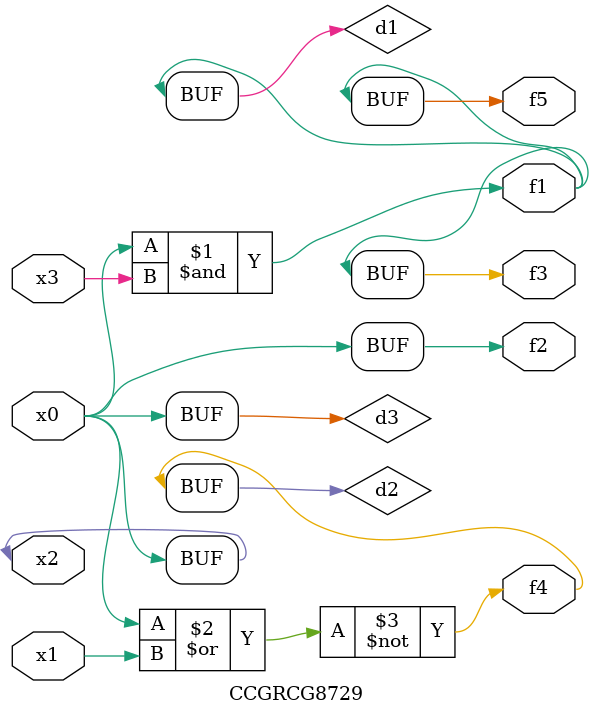
<source format=v>
module CCGRCG8729(
	input x0, x1, x2, x3,
	output f1, f2, f3, f4, f5
);

	wire d1, d2, d3;

	and (d1, x2, x3);
	nor (d2, x0, x1);
	buf (d3, x0, x2);
	assign f1 = d1;
	assign f2 = d3;
	assign f3 = d1;
	assign f4 = d2;
	assign f5 = d1;
endmodule

</source>
